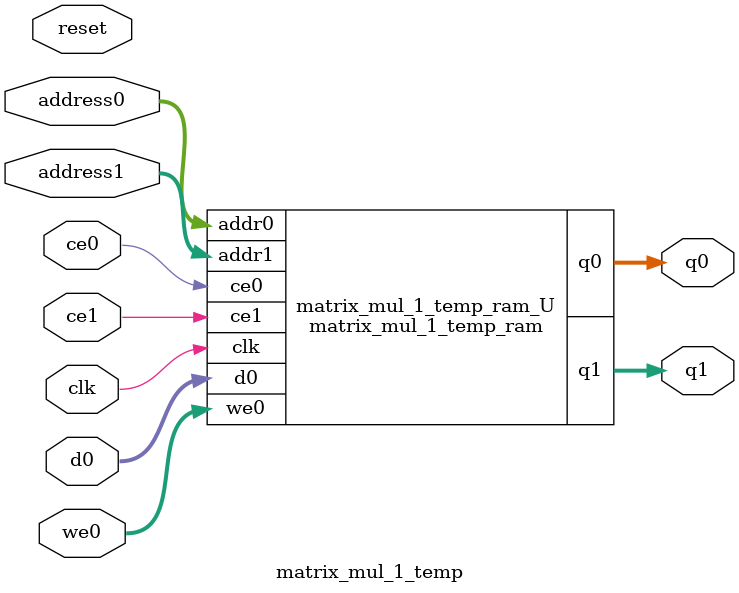
<source format=v>
`timescale 1 ns / 1 ps
module matrix_mul_1_temp_ram (addr0, ce0, d0, we0, q0, addr1, ce1, q1,  clk);

parameter DWIDTH = 32;
parameter AWIDTH = 6;
parameter MEM_SIZE = 64;
parameter COL_WIDTH = 8;
parameter NUM_COL = (DWIDTH/COL_WIDTH);

input[AWIDTH-1:0] addr0;
input ce0;
input[DWIDTH-1:0] d0;
input [NUM_COL-1:0] we0;
output reg[DWIDTH-1:0] q0;
input[AWIDTH-1:0] addr1;
input ce1;
output reg[DWIDTH-1:0] q1;
input clk;

(* ram_style = "block" *)reg [DWIDTH-1:0] ram[0:MEM_SIZE-1];



genvar i;

generate
    for (i=0;i<NUM_COL;i=i+1) begin
        always @(posedge clk) begin
            if (ce0) begin
                if (we0[i]) begin
                    ram[addr0][i*COL_WIDTH +: COL_WIDTH] <= d0[i*COL_WIDTH +: COL_WIDTH]; 
                end
                q0[i*COL_WIDTH +: COL_WIDTH] <= ram[addr0][i*COL_WIDTH +: COL_WIDTH];
            end
        end
    end
endgenerate


always @(posedge clk) begin
    if (ce1) begin
        q1 <= ram[addr1];
    end
end


endmodule

`timescale 1 ns / 1 ps
module matrix_mul_1_temp(
    reset,
    clk,
    address0,
    ce0,
    we0,
    d0,
    q0,
    address1,
    ce1,
    q1);

parameter DataWidth = 32'd32;
parameter AddressRange = 32'd64;
parameter AddressWidth = 32'd6;
input reset;
input clk;
input[AddressWidth - 1:0] address0;
input ce0;
input[DataWidth/8 - 1:0] we0;
input[DataWidth - 1:0] d0;
output[DataWidth - 1:0] q0;
input[AddressWidth - 1:0] address1;
input ce1;
output[DataWidth - 1:0] q1;



matrix_mul_1_temp_ram matrix_mul_1_temp_ram_U(
    .clk( clk ),
    .addr0( address0 ),
    .ce0( ce0 ),
    .we0( we0 ),
    .d0( d0 ),
    .q0( q0 ),
    .addr1( address1 ),
    .ce1( ce1 ),
    .q1( q1 ));

endmodule


</source>
